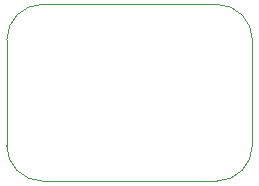
<source format=gbr>
%TF.GenerationSoftware,KiCad,Pcbnew,7.0.6*%
%TF.CreationDate,2024-09-27T12:31:39-07:00*%
%TF.ProjectId,microphone,6d696372-6f70-4686-9f6e-652e6b696361,rev?*%
%TF.SameCoordinates,Original*%
%TF.FileFunction,Profile,NP*%
%FSLAX46Y46*%
G04 Gerber Fmt 4.6, Leading zero omitted, Abs format (unit mm)*
G04 Created by KiCad (PCBNEW 7.0.6) date 2024-09-27 12:31:39*
%MOMM*%
%LPD*%
G01*
G04 APERTURE LIST*
%TA.AperFunction,Profile*%
%ADD10C,0.100000*%
%TD*%
G04 APERTURE END LIST*
D10*
X217330000Y-143840000D02*
G75*
G03*
X220330000Y-146840000I3000000J0D01*
G01*
X238120000Y-134890000D02*
G75*
G03*
X235120000Y-131890000I-3000000J0D01*
G01*
X235120000Y-146840000D02*
G75*
G03*
X238120000Y-143840000I0J3000000D01*
G01*
X220330000Y-131890000D02*
X235120000Y-131890000D01*
X235120000Y-146840000D02*
X220330000Y-146840000D01*
X217330000Y-143840000D02*
X217330000Y-134890000D01*
X220330000Y-131890000D02*
G75*
G03*
X217330000Y-134890000I0J-3000000D01*
G01*
X238120000Y-134890000D02*
X238120000Y-143840000D01*
M02*

</source>
